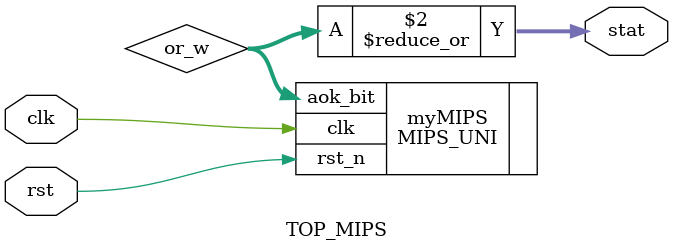
<source format=v>

module TOP_MIPS(input clk, rst, output reg [2:0]stat);
wire [2:0]or_w;
 MIPS_UNI myMIPS(
	.clk(clk),
	.rst_n(rst),
	.aok_bit(or_w)
);
 
always@(*) begin
	stat = |or_w;
end
endmodule //TOP_MIPS

</source>
